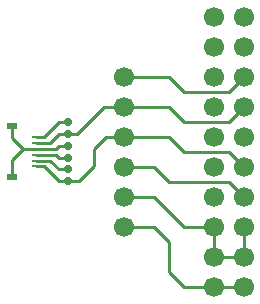
<source format=gtl>
%FSLAX46Y46*%
%MOMM*%
%ADD10C,0.250000*%
%AMPS14*
1,1,1.700000,0.000000,0.000000*
%
%ADD14PS14*%
%AMPS13*
1,1,1.700000,0.000000,0.000000*
%
%ADD13PS13*%
%AMPS11*
21,1,0.900000,0.550000,0.000000,0.000000,0.000000*
%
%ADD11PS11*%
%AMPS12*
21,1,0.250000,0.650000,0.000000,0.000000,90.000000*
%
%ADD12PS12*%
%AMPS15*
1,1,0.700000,0.000000,0.000000*
%
%ADD15PS15*%
G01*
G01*
%LPD*%
D10*
X-2250000Y1500000D02*
X-1500000Y1500000D01*
D10*
X5080000Y-6350000D02*
X2540000Y-6350000D01*
D10*
X-2250000Y500000D02*
X-3000000Y500000D01*
D10*
X2540000Y1270000D02*
X6350000Y1270000D01*
D10*
X-3000000Y-1500000D02*
X-2250000Y-1500000D01*
D10*
X12700000Y6350000D02*
X11430000Y5080000D01*
D10*
X1020000Y1270000D02*
X0Y250000D01*
D10*
X7620000Y2540000D02*
X11430000Y2540000D01*
D10*
X11430000Y2540000D02*
X12700000Y3810000D01*
D10*
X0Y-1250000D02*
X0Y250000D01*
D10*
X5080000Y-1270000D02*
X6350000Y-2540000D01*
D10*
X-2250000Y-2500000D02*
X-1250000Y-2500000D01*
D10*
X12700000Y-1270000D02*
X11430000Y0D01*
D10*
X7620000Y0D02*
X6350000Y1270000D01*
D10*
X-4900000Y250000D02*
X-3250000Y250000D01*
D10*
X-3000000Y2500000D02*
X-2250000Y2500000D01*
D10*
X-4900000Y-750000D02*
X-3750000Y-750000D01*
D10*
X-3250000Y-250000D02*
X-4900000Y-250000D01*
D10*
X7620000Y5080000D02*
X6350000Y6350000D01*
D10*
X2540000Y1270000D02*
X1020000Y1270000D01*
D10*
X7620000Y-11430000D02*
X10160000Y-11430000D01*
D10*
X-3000000Y-500000D02*
X-2250000Y-500000D01*
D10*
X-3750000Y750000D02*
X-3000000Y1500000D01*
D10*
X11430000Y5080000D02*
X7620000Y5080000D01*
D10*
X12700000Y-8890000D02*
X12700000Y-6350000D01*
D10*
X2540000Y-1270000D02*
X5080000Y-1270000D01*
D10*
X-4250000Y1250000D02*
X-3000000Y2500000D01*
D10*
X12700000Y-3810000D02*
X11430000Y-2540000D01*
D10*
X-4900000Y1250000D02*
X-4250000Y1250000D01*
D10*
X6350000Y-7620000D02*
X5080000Y-6350000D01*
D10*
X6350000Y-10160000D02*
X6350000Y-7620000D01*
D10*
X2540000Y3810000D02*
X6350000Y3810000D01*
D10*
X-1250000Y-2500000D02*
X0Y-1250000D01*
D10*
X-6925000Y1175000D02*
X-6000000Y250000D01*
D10*
X-3250000Y-250000D02*
X-3000000Y-500000D01*
D10*
X7620000Y-6350000D02*
X10160000Y-6350000D01*
D10*
X-6925000Y-675000D02*
X-6000000Y250000D01*
D10*
X7620000Y-11430000D02*
X6350000Y-10160000D01*
D10*
X10160000Y-8890000D02*
X10160000Y-6350000D01*
D10*
X6350000Y6350000D02*
X2540000Y6350000D01*
D10*
X-3000000Y500000D02*
X-3250000Y250000D01*
D10*
X-3750000Y-750000D02*
X-3000000Y-1500000D01*
D10*
X-6925000Y2175000D02*
X-6925000Y1175000D01*
D10*
X2540000Y-3810000D02*
X5080000Y-3810000D01*
D10*
X11430000Y-2540000D02*
X6350000Y-2540000D01*
D10*
X11430000Y0D02*
X7620000Y0D01*
D10*
X-4250000Y-1250000D02*
X-3000000Y-2500000D01*
D10*
X12700000Y-11430000D02*
X10160000Y-11430000D01*
D10*
X-4900000Y750000D02*
X-3750000Y750000D01*
D10*
X810000Y3810000D02*
X2540000Y3810000D01*
D10*
X-3000000Y-2500000D02*
X-2250000Y-2500000D01*
D10*
X-4900000Y250000D02*
X-6000000Y250000D01*
D10*
X5080000Y-3810000D02*
X7620000Y-6350000D01*
D10*
X-1500000Y1500000D02*
X810000Y3810000D01*
D10*
X12700000Y-8890000D02*
X10160000Y-8890000D01*
D10*
X-4250000Y-1250000D02*
X-4900000Y-1250000D01*
D10*
X-6925000Y-2175000D02*
X-6925000Y-675000D01*
D10*
X-3000000Y1500000D02*
X-2250000Y1500000D01*
D10*
X6350000Y3810000D02*
X7620000Y2540000D01*
G75*
D11*
X-6925000Y-2175000D03*
D12*
X-4900000Y250000D03*
D12*
X-4900000Y-250000D03*
D12*
X-4900000Y750000D03*
D12*
X-4900000Y1250000D03*
D12*
X-4900000Y-1250000D03*
D11*
X-6925000Y2175000D03*
D12*
X-4900000Y-750000D03*
D13*
X12700000Y11430000D03*
D13*
X12700000Y3810000D03*
D13*
X10160000Y3810000D03*
D13*
X10160000Y6350000D03*
D13*
X12700000Y-3810000D03*
D13*
X12700000Y-8890000D03*
D13*
X12700000Y6350000D03*
D13*
X12700000Y-1270000D03*
D13*
X10160000Y-8890000D03*
D13*
X10160000Y-1270000D03*
D13*
X10160000Y11430000D03*
D13*
X12700000Y1270000D03*
D13*
X10160000Y1270000D03*
D13*
X12700000Y-6350000D03*
D13*
X10160000Y-11430000D03*
D13*
X12700000Y8890000D03*
D13*
X10160000Y-6350000D03*
D13*
X12700000Y-11430000D03*
D13*
X10160000Y8890000D03*
D13*
X10160000Y-3810000D03*
D14*
X2540000Y-1270000D03*
D14*
X2540000Y6350000D03*
D14*
X2540000Y3810000D03*
D14*
X2540000Y-3810000D03*
D14*
X2540000Y1270000D03*
D14*
X2540000Y-6350000D03*
D15*
X-2250000Y-2500000D03*
D15*
X-2250000Y500000D03*
D15*
X-2250000Y2500000D03*
D15*
X-2250000Y1500000D03*
D15*
X-2250000Y-1500000D03*
D15*
X-2250000Y-500000D03*
M02*

</source>
